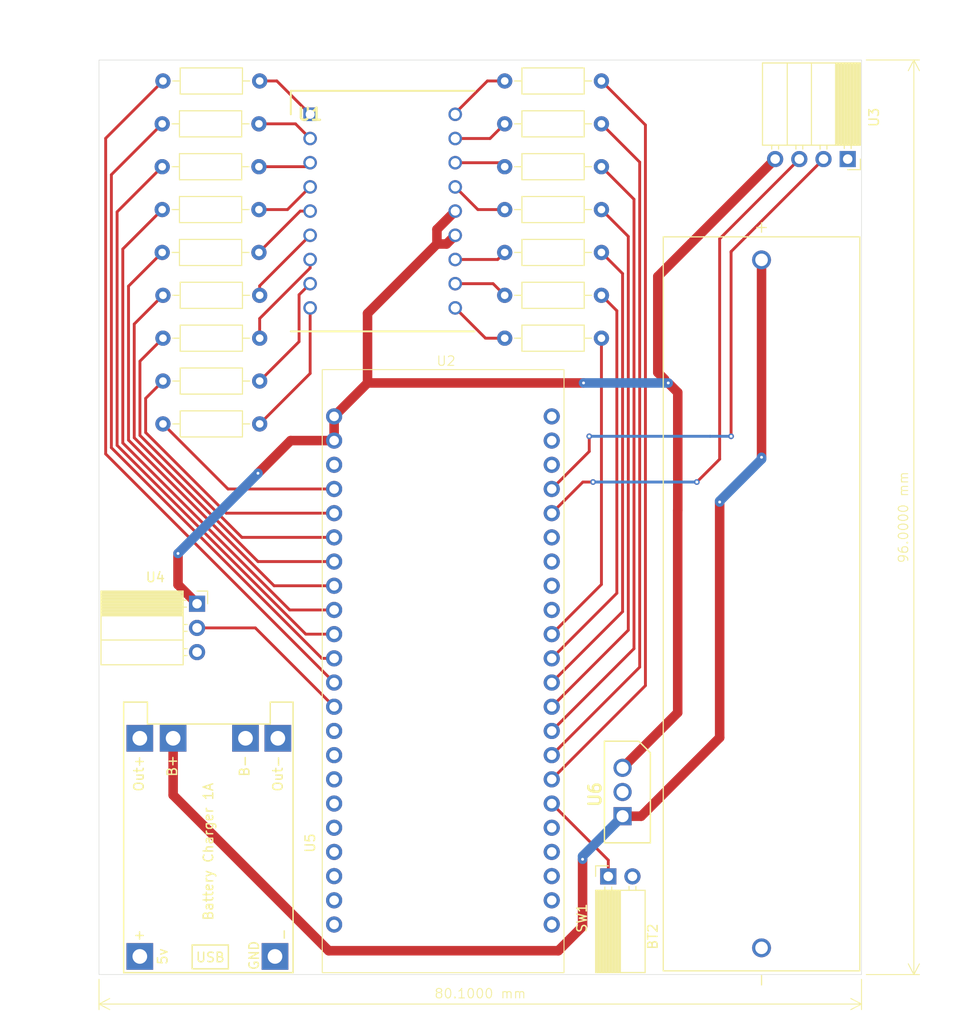
<source format=kicad_pcb>
(kicad_pcb (version 20240108) (generator "pcbnew") (generator_version "8.0")
  (layers (0 "F.Cu" signal) (31 "B.Cu" signal) (34 "B.Paste" user) (35 "F.Paste" user) (36 "B.SilkS" user "B.Silkscreen") (37 "F.SilkS" user "F.Silkscreen") (38 "B.Mask" user) (39 "F.Mask" user) (44 "Edge.Cuts" user))
  (net 0 "")
  (net 1 "GND")
  (net 2 "+3.3V")
  (net 3 "Net-(U1-K_A_DIG1)")
  (net 4 "Net-(U1-K_DP1_DIG1)")
  (net 5 "Net-(U1-K_C_DIG1)")
  (net 6 "Net-(U1-K_F_DIG1)")
  (net 7 "Net-(U1-K_D_DIG2)")
  (net 8 "Net-(U1-K_A_DIG2)")
  (net 9 "Net-(U1-K_G_DIG2)")
  (net 10 "Net-(U1-K_E_DIG1)")
  (net 11 "Net-(U1-K_B_DIG2)")
  (net 12 "Net-(U1-K_D_DIG1)")
  (net 13 "Net-(U1-K_DP2_DIG2)")
  (net 14 "Net-(U1-K_C_DIG2)")
  (net 15 "Net-(U1-K_E_DIG2)")
  (net 16 "Net-(U1-K_G_DIG1)")
  (net 17 "Net-(U1-K_B_DIG1)")
  (net 18 "Net-(U1-K_F_DIG2)")
  (net 19 "Net-(U2-IO2)")
  (net 20 "+5V")
  (net 21 "Net-(U2-IO17)")
  (net 22 "Net-(U2-IO1)")
  (net 23 "Net-(U2-IO45)")
  (net 24 "Net-(U2-IO4)")
  (net 26 "Net-(U2-IO15)")
  (net 32 "BZ_SIG")
  (net 38 "Net-(U2-IO6)")
  (net 40 "Net-(U2-IO48)")
  (net 41 "Net-(U2-IO35)")
  (net 42 "Net-(U2-IO8)")
  (net 45 "BTN")
  (net 46 "Net-(U2-IO7)")
  (net 48 "Net-(U2-IO38)")
  (net 50 "Net-(U2-IO18)")
  (net 51 "Net-(U2-IO0)")
  (net 52 "Net-(U2-IO16)")
  (net 53 "Net-(U2-IO36)")
  (net 54 "Net-(U2-IO37)")
  (net 56 "Net-(U2-IO5)")
  (net 57 "BAT")
  (footprint "Resistor_THT:R_Axial_DIN0207_L6.3mm_D2.5mm_P10.16mm_Horizontal" (layer "F.Cu") (at 140.12 57)
    (property "Reference" "R13" (hide yes))
    (property "Value" "150Ω" (hide yes))
    (pad "1" thru_hole circle (at 0 0) (size 1.6 1.6) (drill 0.8) (layers "*.Cu" "*.Mask") (net 17 "Net-(U1-K_B_DIG1)"))
    (pad "2" thru_hole oval (at 10.16 0) (size 1.6 1.6) (drill 0.8) (layers "*.Cu" "*.Mask") (net 41 "Net-(U2-IO35)"))
  )
  (footprint "tp4056:TP4056-18650" (layer "F.Cu") (at 100.0875 137.1 90)
    (property "Reference" "U5" (at 13.6 19.6 90) (layer "F.SilkS"))
    (property "Value" "TP4056")
    (fp_text user "+" (at 3.9 1.6 90) (layer "F.SilkS"))
    (fp_text user "Battery Charger 1A" (at 12.7 8.9 90) (layer "F.SilkS"))
    (fp_text user "Out+" (at 20.9 1.6 90) (layer "F.SilkS"))
    (fp_text user "GND" (at 1.8 13.7 90) (layer "F.SilkS"))
    (fp_text user "B+" (at 21.7 5.1 90) (layer "F.SilkS"))
    (fp_text user "Out-" (at 20.9 16.2 90) (layer "F.SilkS"))
    (fp_text user "USB" (at 1.6 9.1 0) (layer "F.SilkS"))
    (fp_text user "B-" (at 21.7 12.7 90) (layer "F.SilkS"))
    (fp_text user "5v" (at 1.7 4.1 90) (layer "F.SilkS"))
    (fp_text user "-" (at 4 16.8 90) (layer "F.SilkS"))
    (pad "1" thru_hole rect (at 1.7 1.7 90) (size 2.8 2.8) (drill 1.54) (layers "*.Cu" "*.Mask"))
    (pad "2" thru_hole rect (at 1.7 15.9 90) (size 2.8 2.8) (drill 1.54) (layers "*.Cu" "*.Mask"))
    (pad "3" thru_hole rect (at 24.6 1.7 90) (size 2.8 2.8) (drill 1.54) (layers "*.Cu" "*.Mask"))
    (pad "4" thru_hole rect (at 24.6 16.2 90) (size 2.8 2.8) (drill 1.54) (layers "*.Cu" "*.Mask"))
    (pad "5" thru_hole rect (at 24.6 5.2 90) (size 2.8 2.8) (drill 1.54) (layers "*.Cu" "*.Mask") (net 57 "BAT"))
    (pad "6" thru_hole rect (at 24.6 12.8 90) (size 2.8 2.8) (drill 1.54) (layers "*.Cu" "*.Mask") (net 1 "GND"))
  )
  (footprint "Resistor_THT:R_Axial_DIN0207_L6.3mm_D2.5mm_P10.16mm_Horizontal" (layer "F.Cu") (at 104.14 48)
    (property "Reference" "R2" (hide yes))
    (property "Value" "150Ω" (hide yes))
    (pad "1" thru_hole circle (at 0 0) (size 1.6 1.6) (drill 0.8) (layers "*.Cu" "*.Mask") (net 50 "Net-(U2-IO18)"))
    (pad "2" thru_hole oval (at 10.16 0) (size 1.6 1.6) (drill 0.8) (layers "*.Cu" "*.Mask") (net 12 "Net-(U1-K_D_DIG1)"))
  )
  (footprint "Resistor_THT:R_Axial_DIN0207_L6.3mm_D2.5mm_P10.16mm_Horizontal" (layer "F.Cu") (at 104.22 79.5)
    (property "Reference" "R9" (hide yes))
    (property "Value" "150Ω" (hide yes))
    (pad "1" thru_hole circle (at 0 0) (size 1.6 1.6) (drill 0.8) (layers "*.Cu" "*.Mask") (net 24 "Net-(U2-IO4)"))
    (pad "2" thru_hole oval (at 10.16 0) (size 1.6 1.6) (drill 0.8) (layers "*.Cu" "*.Mask") (net 13 "Net-(U1-K_DP2_DIG2)"))
  )
  (footprint "Resistor_THT:R_Axial_DIN0207_L6.3mm_D2.5mm_P10.16mm_Horizontal" (layer "F.Cu") (at 104.14 52.5)
    (property "Reference" "R3" (hide yes))
    (property "Value" "150Ω" (hide yes))
    (pad "1" thru_hole circle (at 0 0) (size 1.6 1.6) (drill 0.8) (layers "*.Cu" "*.Mask") (net 21 "Net-(U2-IO17)"))
    (pad "2" thru_hole oval (at 10.16 0) (size 1.6 1.6) (drill 0.8) (layers "*.Cu" "*.Mask") (net 5 "Net-(U1-K_C_DIG1)"))
  )
  (footprint "Resistor_THT:R_Axial_DIN0207_L6.3mm_D2.5mm_P10.16mm_Horizontal" (layer "F.Cu") (at 140.12 43.5)
    (property "Reference" "R10" (hide yes))
    (property "Value" "150Ω" (hide yes))
    (pad "1" thru_hole circle (at 0 0) (size 1.6 1.6) (drill 0.8) (layers "*.Cu" "*.Mask") (net 6 "Net-(U1-K_F_DIG1)"))
    (pad "2" thru_hole oval (at 10.16 0) (size 1.6 1.6) (drill 0.8) (layers "*.Cu" "*.Mask") (net 40 "Net-(U2-IO48)"))
  )
  (footprint "Resistor_THT:R_Axial_DIN0207_L6.3mm_D2.5mm_P10.16mm_Horizontal" (layer "F.Cu") (at 104.14 61.5)
    (property "Reference" "R5" (hide yes))
    (property "Value" "150Ω" (hide yes))
    (pad "1" thru_hole circle (at 0 0) (size 1.6 1.6) (drill 0.8) (layers "*.Cu" "*.Mask") (net 26 "Net-(U2-IO15)"))
    (pad "2" thru_hole oval (at 10.16 0) (size 1.6 1.6) (drill 0.8) (layers "*.Cu" "*.Mask") (net 15 "Net-(U1-K_E_DIG2)"))
  )
  (footprint "Connector_PinSocket_2.54mm:PinSocket_1x03_P2.54mm_Horizontal" (layer "F.Cu") (at 107.8 98.375)
    (property "Reference" "U4" (at -4.38 -2.77 0) (layer "F.SilkS"))
    (property "Value" "ACTIVE_BUZZER")
    (pad "1" thru_hole rect (at 0 0) (size 1.7 1.7) (drill 1) (layers "*.Cu" "*.Mask") (net 2 "+3.3V"))
    (pad "2" thru_hole oval (at 0 2.54) (size 1.7 1.7) (drill 1) (layers "*.Cu" "*.Mask") (net 32 "BZ_SIG"))
    (pad "3" thru_hole oval (at 0 5.08) (size 1.7 1.7) (drill 1) (layers "*.Cu" "*.Mask") (net 1 "GND"))
  )
  (footprint "Resistor_THT:R_Axial_DIN0207_L6.3mm_D2.5mm_P10.16mm_Horizontal" (layer "F.Cu") (at 140.12 52.5)
    (property "Reference" "R12" (hide yes))
    (property "Value" "150Ω" (hide yes))
    (pad "1" thru_hole circle (at 0 0) (size 1.6 1.6) (drill 0.8) (layers "*.Cu" "*.Mask") (net 3 "Net-(U1-K_A_DIG1)"))
    (pad "2" thru_hole oval (at 10.16 0) (size 1.6 1.6) (drill 0.8) (layers "*.Cu" "*.Mask") (net 51 "Net-(U2-IO0)"))
  )
  (footprint "Resistor_THT:R_Axial_DIN0207_L6.3mm_D2.5mm_P10.16mm_Horizontal" (layer "F.Cu") (at 140.12 48)
    (property "Reference" "R11" (hide yes))
    (property "Value" "150Ω" (hide yes))
    (pad "1" thru_hole circle (at 0 0) (size 1.6 1.6) (drill 0.8) (layers "*.Cu" "*.Mask") (net 16 "Net-(U1-K_G_DIG1)"))
    (pad "2" thru_hole oval (at 10.16 0) (size 1.6 1.6) (drill 0.8) (layers "*.Cu" "*.Mask") (net 23 "Net-(U2-IO45)"))
  )
  (footprint "Resistor_THT:R_Axial_DIN0207_L6.3mm_D2.5mm_P10.16mm_Horizontal" (layer "F.Cu") (at 104.22 70.5)
    (property "Reference" "R7" (hide yes))
    (property "Value" "150Ω" (hide yes))
    (pad "1" thru_hole circle (at 0 0) (size 1.6 1.6) (drill 0.8) (layers "*.Cu" "*.Mask") (net 38 "Net-(U2-IO6)"))
    (pad "2" thru_hole oval (at 10.16 0) (size 1.6 1.6) (drill 0.8) (layers "*.Cu" "*.Mask") (net 9 "Net-(U1-K_G_DIG2)"))
  )
  (footprint "components:esp32-s3" (layer "F.Cu") (at 133.95 71.1)
    (property "Reference" "U2" (at 0.01 1.8 0) (layer "F.SilkS") (effects (font (thickness 0.1))))
    (property "Value" "ESP32-S3")
    (pad "1" thru_hole oval (at -11.75 7.61) (size 1.7 1.7) (drill 1) (layers "*.Cu" "*.Mask") (net 2 "+3.3V"))
    (pad "2" thru_hole oval (at -11.75 10.15) (size 1.7 1.7) (drill 1) (layers "*.Cu" "*.Mask") (net 2 "+3.3V"))
    (pad "3" thru_hole oval (at -11.75 12.69) (size 1.7 1.7) (drill 1) (layers "*.Cu" "*.Mask"))
    (pad "4" thru_hole oval (at -11.75 15.23) (size 1.7 1.7) (drill 1) (layers "*.Cu" "*.Mask") (net 24 "Net-(U2-IO4)"))
    (pad "5" thru_hole oval (at -11.75 17.77) (size 1.7 1.7) (drill 1) (layers "*.Cu" "*.Mask") (net 56 "Net-(U2-IO5)"))
    (pad "6" thru_hole oval (at -11.75 20.31) (size 1.7 1.7) (drill 1) (layers "*.Cu" "*.Mask") (net 38 "Net-(U2-IO6)"))
    (pad "7" thru_hole oval (at -11.75 22.85) (size 1.7 1.7) (drill 1) (layers "*.Cu" "*.Mask") (net 46 "Net-(U2-IO7)"))
    (pad "8" thru_hole oval (at -11.75 25.39) (size 1.7 1.7) (drill 1) (layers "*.Cu" "*.Mask") (net 26 "Net-(U2-IO15)"))
    (pad "9" thru_hole oval (at -11.75 27.93) (size 1.7 1.7) (drill 1) (layers "*.Cu" "*.Mask") (net 52 "Net-(U2-IO16)"))
    (pad "10" thru_hole oval (at -11.75 30.47) (size 1.7 1.7) (drill 1) (layers "*.Cu" "*.Mask") (net 21 "Net-(U2-IO17)"))
    (pad "11" thru_hole oval (at -11.75 33.01) (size 1.7 1.7) (drill 1) (layers "*.Cu" "*.Mask") (net 50 "Net-(U2-IO18)"))
    (pad "12" thru_hole oval (at -11.75 35.55) (size 1.7 1.7) (drill 1) (layers "*.Cu" "*.Mask") (net 42 "Net-(U2-IO8)"))
    (pad "13" thru_hole oval (at -11.75 38.09) (size 1.7 1.7) (drill 1) (layers "*.Cu" "*.Mask") (net 32 "BZ_SIG"))
    (pad "14" thru_hole oval (at -11.75 40.63) (size 1.7 1.7) (drill 1) (layers "*.Cu" "*.Mask"))
    (pad "15" thru_hole oval (at -11.75 43.17) (size 1.7 1.7) (drill 1) (layers "*.Cu" "*.Mask"))
    (pad "16" thru_hole oval (at -11.75 45.71) (size 1.7 1.7) (drill 1) (layers "*.Cu" "*.Mask"))
    (pad "17" thru_hole oval (at -11.75 48.25) (size 1.7 1.7) (drill 1) (layers "*.Cu" "*.Mask"))
    (pad "18" thru_hole oval (at -11.75 50.79) (size 1.7 1.7) (drill 1) (layers "*.Cu" "*.Mask"))
    (pad "19" thru_hole oval (at -11.75 53.33) (size 1.7 1.7) (drill 1) (layers "*.Cu" "*.Mask"))
    (pad "20" thru_hole oval (at -11.75 55.87) (size 1.7 1.7) (drill 1) (layers "*.Cu" "*.Mask"))
    (pad "21" thru_hole oval (at -11.75 58.41) (size 1.7 1.7) (drill 1) (layers "*.Cu" "*.Mask") (net 20 "+5V"))
    (pad "22" thru_hole oval (at -11.75 60.95) (size 1.7 1.7) (drill 1) (layers "*.Cu" "*.Mask") (net 1 "GND"))
    (pad "23" thru_hole oval (at 11.11 7.61) (size 1.7 1.7) (drill 1) (layers "*.Cu" "*.Mask") (net 1 "GND"))
    (pad "24" thru_hole oval (at 11.11 10.15) (size 1.7 1.7) (drill 1) (layers "*.Cu" "*.Mask"))
    (pad "25" thru_hole oval (at 11.11 12.69) (size 1.7 1.7) (drill 1) (layers "*.Cu" "*.Mask"))
    (pad "26" thru_hole oval (at 11.11 15.23) (size 1.7 1.7) (drill 1) (layers "*.Cu" "*.Mask") (net 22 "Net-(U2-IO1)"))
    (pad "27" thru_hole oval (at 11.11 17.77) (size 1.7 1.7) (drill 1) (layers "*.Cu" "*.Mask") (net 19 "Net-(U2-IO2)"))
    (pad "28" thru_hole oval (at 11.11 20.31) (size 1.7 1.7) (drill 1) (layers "*.Cu" "*.Mask"))
    (pad "29" thru_hole oval (at 11.11 22.85) (size 1.7 1.7) (drill 1) (layers "*.Cu" "*.Mask"))
    (pad "30" thru_hole oval (at 11.11 25.39) (size 1.7 1.7) (drill 1) (layers "*.Cu" "*.Mask"))
    (pad "31" thru_hole oval (at 11.11 27.93) (size 1.7 1.7) (drill 1) (layers "*.Cu" "*.Mask"))
    (pad "32" thru_hole oval (at 11.11 30.47) (size 1.7 1.7) (drill 1) (layers "*.Cu" "*.Mask") (net 48 "Net-(U2-IO38)"))
    (pad "33" thru_hole oval (at 11.11 33.01) (size 1.7 1.7) (drill 1) (layers "*.Cu" "*.Mask") (net 54 "Net-(U2-IO37)"))
    (pad "34" thru_hole oval (at 11.11 35.55) (size 1.7 1.7) (drill 1) (layers "*.Cu" "*.Mask") (net 53 "Net-(U2-IO36)"))
    (pad "35" thru_hole oval (at 11.11 38.09) (size 1.7 1.7) (drill 1) (layers "*.Cu" "*.Mask") (net 41 "Net-(U2-IO35)"))
    (pad "36" thru_hole oval (at 11.11 40.63) (size 1.7 1.7) (drill 1) (layers "*.Cu" "*.Mask") (net 51 "Net-(U2-IO0)"))
    (pad "37" thru_hole oval (at 11.11 43.17) (size 1.7 1.7) (drill 1) (layers "*.Cu" "*.Mask") (net 23 "Net-(U2-IO45)"))
    (pad "38" thru_hole oval (at 11.11 45.71) (size 1.7 1.7) (drill 1) (layers "*.Cu" "*.Mask") (net 40 "Net-(U2-IO48)"))
    (pad "39" thru_hole oval (at 11.11 48.25) (size 1.7 1.7) (drill 1) (layers "*.Cu" "*.Mask") (net 45 "BTN"))
    (pad "40" thru_hole oval (at 11.11 50.79) (size 1.7 1.7) (drill 1) (layers "*.Cu" "*.Mask"))
    (pad "41" thru_hole oval (at 11.11 53.33) (size 1.7 1.7) (drill 1) (layers "*.Cu" "*.Mask"))
    (pad "42" thru_hole oval (at 11.11 55.87) (size 1.7 1.7) (drill 1) (layers "*.Cu" "*.Mask"))
    (pad "43" thru_hole oval (at 11.11 58.41) (size 1.7 1.7) (drill 1) (layers "*.Cu" "*.Mask") (net 1 "GND"))
    (pad "44" thru_hole oval (at 11.11 60.95) (size 1.7 1.7) (drill 1) (layers "*.Cu" "*.Mask") (net 1 "GND"))
  )
  (footprint "Connector_PinSocket_2.54mm:PinSocket_1x04_P2.54mm_Horizontal" (layer "F.Cu") (at 176.15 51.7 -90)
    (property "Reference" "U3" (at -4.38 -2.77 90) (layer "F.SilkS"))
    (property "Value" "HC-SR04")
    (pad "1" thru_hole rect (at 0 0 270) (size 1.7 1.7) (drill 1) (layers "*.Cu" "*.Mask") (net 1 "GND"))
    (pad "2" thru_hole oval (at 0 2.54 270) (size 1.7 1.7) (drill 1) (layers "*.Cu" "*.Mask") (net 22 "Net-(U2-IO1)"))
    (pad "3" thru_hole oval (at 0 5.08 270) (size 1.7 1.7) (drill 1) (layers "*.Cu" "*.Mask") (net 19 "Net-(U2-IO2)"))
    (pad "4" thru_hole oval (at 0 7.62 270) (size 1.7 1.7) (drill 1) (layers "*.Cu" "*.Mask") (net 2 "+3.3V"))
  )
  (footprint "Resistor_THT:R_Axial_DIN0207_L6.3mm_D2.5mm_P10.16mm_Horizontal" (layer "F.Cu") (at 140.12 66)
    (property "Reference" "R15" (hide yes))
    (property "Value" "150Ω" (hide yes))
    (pad "1" thru_hole circle (at 0 0) (size 1.6 1.6) (drill 0.8) (layers "*.Cu" "*.Mask") (net 8 "Net-(U1-K_A_DIG2)"))
    (pad "2" thru_hole oval (at 10.16 0) (size 1.6 1.6) (drill 0.8) (layers "*.Cu" "*.Mask") (net 54 "Net-(U2-IO37)"))
  )
  (footprint "Resistor_THT:R_Axial_DIN0207_L6.3mm_D2.5mm_P10.16mm_Horizontal" (layer "F.Cu") (at 140.12 61.5)
    (property "Reference" "R14" (hide yes))
    (property "Value" "150Ω" (hide yes))
    (pad "1" thru_hole circle (at 0 0) (size 1.6 1.6) (drill 0.8) (layers "*.Cu" "*.Mask") (net 18 "Net-(U1-K_F_DIG2)"))
    (pad "2" thru_hole oval (at 10.16 0) (size 1.6 1.6) (drill 0.8) (layers "*.Cu" "*.Mask") (net 53 "Net-(U2-IO36)"))
  )
  (footprint "Resistor_THT:R_Axial_DIN0207_L6.3mm_D2.5mm_P10.16mm_Horizontal" (layer "F.Cu") (at 104.22 75)
    (property "Reference" "R8" (hide yes))
    (property "Value" "150Ω" (hide yes))
    (pad "1" thru_hole circle (at 0 0) (size 1.6 1.6) (drill 0.8) (layers "*.Cu" "*.Mask") (net 56 "Net-(U2-IO5)"))
    (pad "2" thru_hole oval (at 10.16 0) (size 1.6 1.6) (drill 0.8) (layers "*.Cu" "*.Mask") (net 14 "Net-(U1-K_C_DIG2)"))
  )
  (footprint "Resistor_THT:R_Axial_DIN0207_L6.3mm_D2.5mm_P10.16mm_Horizontal" (layer "F.Cu") (at 104.22 66)
    (property "Reference" "R6" (hide yes))
    (property "Value" "150Ω" (hide yes))
    (pad "1" thru_hole circle (at 0 0) (size 1.6 1.6) (drill 0.8) (layers "*.Cu" "*.Mask") (net 46 "Net-(U2-IO7)"))
    (pad "2" thru_hole oval (at 10.16 0) (size 1.6 1.6) (drill 0.8) (layers "*.Cu" "*.Mask") (net 7 "Net-(U1-K_D_DIG2)"))
  )
  (footprint "7-seg:DIPS1524W75P254L2500H825Q18N" (layer "F.Cu") (at 119.68 47)
    (property "Reference" "U1" (at 0 0 0) (layer "F.SilkS") (effects (font (size 1.27 1.27) (thickness 0.254))))
    (property "Value" "DA56-11SURKWA" (hide yes))
    (pad "1" thru_hole rect (at 0 0) (size 1.425 1.425) (drill 0.95) (layers "*.Cu" "*.Mask") (net 10 "Net-(U1-K_E_DIG1)"))
    (pad "2" thru_hole circle (at 0 2.54) (size 1.425 1.425) (drill 0.95) (layers "*.Cu" "*.Mask") (net 12 "Net-(U1-K_D_DIG1)"))
    (pad "3" thru_hole circle (at 0 5.08) (size 1.425 1.425) (drill 0.95) (layers "*.Cu" "*.Mask") (net 5 "Net-(U1-K_C_DIG1)"))
    (pad "4" thru_hole circle (at 0 7.62) (size 1.425 1.425) (drill 0.95) (layers "*.Cu" "*.Mask") (net 4 "Net-(U1-K_DP1_DIG1)"))
    (pad "5" thru_hole circle (at 0 10.16) (size 1.425 1.425) (drill 0.95) (layers "*.Cu" "*.Mask") (net 15 "Net-(U1-K_E_DIG2)"))
    (pad "6" thru_hole circle (at 0 12.7) (size 1.425 1.425) (drill 0.95) (layers "*.Cu" "*.Mask") (net 7 "Net-(U1-K_D_DIG2)"))
    (pad "7" thru_hole circle (at 0 15.24) (size 1.425 1.425) (drill 0.95) (layers "*.Cu" "*.Mask") (net 9 "Net-(U1-K_G_DIG2)"))
    (pad "8" thru_hole circle (at 0 17.78) (size 1.425 1.425) (drill 0.95) (layers "*.Cu" "*.Mask") (net 14 "Net-(U1-K_C_DIG2)"))
    (pad "9" thru_hole circle (at 0 20.32) (size 1.425 1.425) (drill 0.95) (layers "*.Cu" "*.Mask") (net 13 "Net-(U1-K_DP2_DIG2)"))
    (pad "10" thru_hole circle (at 15.24 20.32) (size 1.425 1.425) (drill 0.95) (layers "*.Cu" "*.Mask") (net 11 "Net-(U1-K_B_DIG2)"))
    (pad "11" thru_hole circle (at 15.24 17.78) (size 1.425 1.425) (drill 0.95) (layers "*.Cu" "*.Mask") (net 8 "Net-(U1-K_A_DIG2)"))
    (pad "12" thru_hole circle (at 15.24 15.24) (size 1.425 1.425) (drill 0.95) (layers "*.Cu" "*.Mask") (net 18 "Net-(U1-K_F_DIG2)"))
    (pad "13" thru_hole circle (at 15.24 12.7) (size 1.425 1.425) (drill 0.95) (layers "*.Cu" "*.Mask") (net 2 "+3.3V"))
    (pad "14" thru_hole circle (at 15.24 10.16) (size 1.425 1.425) (drill 0.95) (layers "*.Cu" "*.Mask") (net 2 "+3.3V"))
    (pad "15" thru_hole circle (at 15.24 7.62) (size 1.425 1.425) (drill 0.95) (layers "*.Cu" "*.Mask") (net 17 "Net-(U1-K_B_DIG1)"))
    (pad "16" thru_hole circle (at 15.24 5.08) (size 1.425 1.425) (drill 0.95) (layers "*.Cu" "*.Mask") (net 3 "Net-(U1-K_A_DIG1)"))
    (pad "17" thru_hole circle (at 15.24 2.54) (size 1.425 1.425) (drill 0.95) (layers "*.Cu" "*.Mask") (net 16 "Net-(U1-K_G_DIG1)"))
    (pad "18" thru_hole circle (at 15.24 0) (size 1.425 1.425) (drill 0.95) (layers "*.Cu" "*.Mask") (net 6 "Net-(U1-K_F_DIG1)"))
  )
  (footprint "Resistor_THT:R_Axial_DIN0207_L6.3mm_D2.5mm_P10.16mm_Horizontal" (layer "F.Cu") (at 104.22 43.5)
    (property "Reference" "R1" (hide yes))
    (property "Value" "150Ω" (hide yes))
    (pad "1" thru_hole circle (at 0 0) (size 1.6 1.6) (drill 0.8) (layers "*.Cu" "*.Mask") (net 42 "Net-(U2-IO8)"))
    (pad "2" thru_hole oval (at 10.16 0) (size 1.6 1.6) (drill 0.8) (layers "*.Cu" "*.Mask") (net 10 "Net-(U1-K_E_DIG1)"))
  )
  (footprint "Connector_PinSocket_2.54mm:PinSocket_1x02_P2.54mm_Horizontal" (layer "F.Cu") (at 151 127 90)
    (property "Reference" "SW1" (at -4.38 -2.77 90) (layer "F.SilkS"))
    (property "Value" "SW_Push")
    (pad "1" thru_hole rect (at 0 0 90) (size 1.7 1.7) (drill 1) (layers "*.Cu" "*.Mask") (net 45 "BTN"))
    (pad "2" thru_hole oval (at 0 2.54 90) (size 1.7 1.7) (drill 1) (layers "*.Cu" "*.Mask") (net 1 "GND"))
  )
  (footprint "Resistor_THT:R_Axial_DIN0207_L6.3mm_D2.5mm_P10.16mm_Horizontal" (layer "F.Cu") (at 104.14 57)
    (property "Reference" "R4" (hide yes))
    (property "Value" "150Ω" (hide yes))
    (pad "1" thru_hole circle (at 0 0) (size 1.6 1.6) (drill 0.8) (layers "*.Cu" "*.Mask") (net 52 "Net-(U2-IO16)"))
    (pad "2" thru_hole oval (at 10.16 0) (size 1.6 1.6) (drill 0.8) (layers "*.Cu" "*.Mask") (net 4 "Net-(U1-K_DP1_DIG1)"))
  )
  (footprint "1043P (1):BAT_1043P" (layer "F.Cu") (at 167.1 98.39 90)
    (property "Reference" "BT2" (at -34.925 -11.43 90) (layer "F.SilkS"))
    (property "Value" "1043P")
    (pad "" np_thru_hole circle (at -27.29 8 90) (size 3.55 3.55) (drill 3.55) (layers "*.Cu" "*.Mask"))
    (pad "" np_thru_hole circle (at 27.91 -8 90) (size 3.55 3.55) (drill 3.55) (layers "*.Cu" "*.Mask"))
    (pad "" np_thru_hole circle (at 36.11 8 90) (size 2.39 2.39) (drill 2.39) (layers "*.Cu" "*.Mask"))
    (pad "N" thru_hole circle (at -36.11 0 90) (size 1.98 1.98) (drill 1.32) (layers "*.Cu" "*.Mask") (net 1 "GND"))
    (pad "P" thru_hole circle (at 36.11 0 90) (size 1.98 1.98) (drill 1.32) (layers "*.Cu" "*.Mask") (net 57 "BAT"))
  )
  (footprint "Resistor_THT:R_Axial_DIN0207_L6.3mm_D2.5mm_P10.16mm_Horizontal" (layer "F.Cu") (at 140.12 70.5)
    (property "Reference" "R16" (hide yes))
    (property "Value" "150Ω" (hide yes))
    (pad "1" thru_hole circle (at 0 0) (size 1.6 1.6) (drill 0.8) (layers "*.Cu" "*.Mask") (net 11 "Net-(U1-K_B_DIG2)"))
    (pad "2" thru_hole oval (at 10.16 0) (size 1.6 1.6) (drill 0.8) (layers "*.Cu" "*.Mask") (net 48 "Net-(U2-IO38)"))
  )
  (footprint "ldo:TO254P482X1024X3124-3P" (layer "F.Cu") (at 153.4906 115.6 90)
    (property "Reference" "U6" (at -2.8 -3.8906 90) (layer "F.SilkS") (effects (font (size 1.27 1.27) (thickness 0.254))))
    (property "Value" "MCP1826S" (hide yes))
    (pad "1" thru_hole rect (at -5.08 -0.9906 90) (size 1.905 1.905) (drill 1.27) (layers "*.Cu" "*.Mask") (net 57 "BAT"))
    (pad "2" thru_hole circle (at -2.54 -0.9906 90) (size 1.905 1.905) (drill 1.27) (layers "*.Cu" "*.Mask") (net 1 "GND"))
    (pad "3" thru_hole circle (at 0 -0.9906 90) (size 1.905 1.905) (drill 1.27) (layers "*.Cu" "*.Mask") (net 2 "+3.3V"))
  )
  (gr_line (start 177.6 137.3) (end 177.6 41.3) (stroke (width 0.05)) (layer "Edge.Cuts"))
  (gr_line (start 97.5 137.3) (end 177.6 137.3) (stroke (width 0.05)) (layer "Edge.Cuts"))
  (gr_line (start 177.6 41.3) (end 97.5 41.3) (stroke (width 0.05)) (layer "Edge.Cuts"))
  (gr_line (start 97.5 41.3) (end 97.5 137.3) (stroke (width 0.05)) (layer "Edge.Cuts"))
  (dimension (type aligned) (layer "F.SilkS") (pts (xy 177.6 137.3) (xy 177.6 41.3)) (height 5.5) (gr_text "96.0000 mm" (at 182 89.3 90) (layer "F.SilkS") (effects (font (size 1 1) (thickness 0.1)))) (format (prefix "") (suffix "") (units 3) (units_format 1) (precision 4)) (style (thickness 0.1) (arrow_length 1.27) (text_position_mode 0) (extension_height 0.58642) (extension_offset 0.5) keep_text_aligned))
  (dimension (type aligned) (layer "F.SilkS") (pts (xy 97.5 137.3) (xy 177.6 137.3)) (height 3.1) (gr_text "80.1000 mm" (at 137.55 139.3 0) (layer "F.SilkS") (effects (font (size 1 1) (thickness 0.1)))) (format (prefix "") (suffix "") (units 3) (units_format 1) (precision 4)) (style (thickness 0.1) (arrow_length 1.27) (text_position_mode 0) (extension_height 0.58642) (extension_offset 0.5) keep_text_aligned))
  (segment (start 168.53 51.7) (end 156.2 64.03) (width 1) (layer "F.Cu") (net 2))
  (segment (start 125.71 75.2) (end 122.2 78.71) (width 1) (layer "F.Cu") (net 2))
  (segment (start 148.4 75.2) (end 125.71 75.2) (width 1) (layer "F.Cu") (net 2))
  (segment (start 105.8 93.1) (end 105.8 96.375) (width 1) (layer "F.Cu") (net 2))
  (segment (start 133 59.08) (end 134.92 57.16) (width 1) (layer "F.Cu") (net 2))
  (segment (start 125.71 67.902373) (end 133 60.612373) (width 1) (layer "F.Cu") (net 2))
  (segment (start 105.8 96.375) (end 107.8 98.375) (width 1) (layer "F.Cu") (net 2))
  (segment (start 156.2 64.03) (end 156.2 74.1) (width 1) (layer "F.Cu") (net 2))
  (segment (start 156.2 74.1) (end 156.925 74.825) (width 1) (layer "F.Cu") (net 2))
  (segment (start 134.007627 60.612373) (end 134.92 59.7) (width 1) (layer "F.Cu") (net 2))
  (segment (start 156.925 74.825) (end 157.3 75.2) (width 0.3) (layer "F.Cu") (net 2))
  (segment (start 117.63 81.25) (end 114.2 84.68) (width 1) (layer "F.Cu") (net 2))
  (segment (start 157.3 75.2) (end 158.3 76.2) (width 1) (layer "F.Cu") (net 2))
  (segment (start 122.2 81.25) (end 117.63 81.25) (width 1) (layer "F.Cu") (net 2))
  (segment (start 122.2 78.71) (end 122.2 81.25) (width 1) (layer "F.Cu") (net 2))
  (segment (start 133 60.612373) (end 133 59.08) (width 1) (layer "F.Cu") (net 2))
  (segment (start 133 60.612373) (end 134.007627 60.612373) (width 1) (layer "F.Cu") (net 2))
  (segment (start 158.291726 88.591726) (end 158.291726 109.808274) (width 1) (layer "F.Cu") (net 2))
  (segment (start 158.3 88.583452) (end 158.291726 88.591726) (width 1) (layer "F.Cu") (net 2))
  (segment (start 125.71 75.2) (end 125.71 67.902373) (width 1) (layer "F.Cu") (net 2))
  (segment (start 158.291726 109.808274) (end 152.5 115.6) (width 1) (layer "F.Cu") (net 2))
  (segment (start 158.3 76.2) (end 158.3 88.583452) (width 1) (layer "F.Cu") (net 2))
  (via (at 105.8 93.1) (size 0.6) (drill 0.3) (layers "F.Cu" "B.Cu") (net 2))
  (via (at 157.3 75.2) (size 0.6) (drill 0.3) (layers "F.Cu" "B.Cu") (net 2))
  (via (at 114.2 84.68) (size 0.6) (drill 0.3) (layers "F.Cu" "B.Cu") (net 2))
  (via (at 148.4 75.2) (size 0.6) (drill 0.3) (layers "F.Cu" "B.Cu") (net 2))
  (segment (start 114.2 84.68) (end 114.2 84.7) (width 1) (layer "B.Cu") (net 2))
  (segment (start 114.2 84.7) (end 105.8 93.1) (width 1) (layer "B.Cu") (net 2))
  (segment (start 157.3 75.2) (end 148.4 75.2) (width 1) (layer "B.Cu") (net 2))
  (segment (start 134.92 52.08) (end 139.7 52.08) (width 0.3) (layer "F.Cu") (net 3))
  (segment (start 139.7 52.08) (end 140.12 52.5) (width 0.3) (layer "F.Cu") (net 3))
  (segment (start 114.3 57) (end 117.3 57) (width 0.3) (layer "F.Cu") (net 4))
  (segment (start 117.3 57) (end 119.68 54.62) (width 0.3) (layer "F.Cu") (net 4))
  (segment (start 114.3 52.5) (end 119.26 52.5) (width 0.3) (layer "F.Cu") (net 5))
  (segment (start 119.26 52.5) (end 119.68 52.08) (width 0.3) (layer "F.Cu") (net 5))
  (segment (start 134.92 46.88) (end 138.3 43.5) (width 0.3) (layer "F.Cu") (net 6))
  (segment (start 138.3 43.5) (end 140.12 43.5) (width 0.3) (layer "F.Cu") (net 6))
  (segment (start 134.92 47) (end 134.92 46.88) (width 0.3) (layer "F.Cu") (net 6))
  (segment (start 114.38 65) (end 119.68 59.7) (width 0.3) (layer "F.Cu") (net 7))
  (segment (start 114.38 66) (end 114.38 65) (width 0.3) (layer "F.Cu") (net 7))
  (segment (start 138.9 64.78) (end 140.12 66) (width 0.3) (layer "F.Cu") (net 8))
  (segment (start 134.92 64.78) (end 138.9 64.78) (width 0.3) (layer "F.Cu") (net 8))
  (segment (start 119.68 63.135976) (end 119.68 62.24) (width 0.3) (layer "F.Cu") (net 9))
  (segment (start 114.38 68.435976) (end 119.68 63.135976) (width 0.3) (layer "F.Cu") (net 9))
  (segment (start 114.38 70.5) (end 114.38 68.435976) (width 0.3) (layer "F.Cu") (net 9))
  (segment (start 116.18 43.5) (end 119.68 47) (width 0.3) (layer "F.Cu") (net 10))
  (segment (start 114.38 43.5) (end 116.18 43.5) (width 0.3) (layer "F.Cu") (net 10))
  (segment (start 138.1 70.5) (end 140.12 70.5) (width 0.3) (layer "F.Cu") (net 11))
  (segment (start 134.92 67.32) (end 138.1 70.5) (width 0.3) (layer "F.Cu") (net 11))
  (segment (start 118.14 48) (end 119.68 49.54) (width 0.3) (layer "F.Cu") (net 12))
  (segment (start 114.3 48) (end 118.14 48) (width 0.3) (layer "F.Cu") (net 12))
  (segment (start 114.38 79.5) (end 119.68 74.2) (width 0.3) (layer "F.Cu") (net 13))
  (segment (start 119.68 74.2) (end 119.68 67.32) (width 0.3) (layer "F.Cu") (net 13))
  (segment (start 114.38 75) (end 118.5175 70.8625) (width 0.3) (layer "F.Cu") (net 14))
  (segment (start 118.5175 65.9425) (end 119.68 64.78) (width 0.3) (layer "F.Cu") (net 14))
  (segment (start 118.5175 70.8625) (end 118.5175 65.9425) (width 0.3) (layer "F.Cu") (net 14))
  (segment (start 114.3 61.5) (end 118.64 57.16) (width 0.3) (layer "F.Cu") (net 15))
  (segment (start 118.64 57.16) (end 119.68 57.16) (width 0.3) (layer "F.Cu") (net 15))
  (segment (start 138.58 49.54) (end 140.12 48) (width 0.3) (layer "F.Cu") (net 16))
  (segment (start 134.92 49.54) (end 138.58 49.54) (width 0.3) (layer "F.Cu") (net 16))
  (segment (start 134.92 54.62) (end 137.3 57) (width 0.3) (layer "F.Cu") (net 17))
  (segment (start 137.3 57) (end 140.12 57) (width 0.3) (layer "F.Cu") (net 17))
  (segment (start 134.92 62.24) (end 139.38 62.24) (width 0.3) (layer "F.Cu") (net 18))
  (segment (start 139.38 62.24) (end 140.12 61.5) (width 0.3) (layer "F.Cu") (net 18))
  (segment (start 162.7 60.07) (end 162.7 83.2) (width 0.3) (layer "F.Cu") (net 19))
  (segment (start 171.07 51.7) (end 162.7 60.07) (width 0.3) (layer "F.Cu") (net 19))
  (segment (start 149.4 85.6) (end 148.33 85.6) (width 0.3) (layer "F.Cu") (net 19))
  (segment (start 148.33 85.6) (end 145.06 88.87) (width 0.3) (layer "F.Cu") (net 19))
  (segment (start 162.7 83.2) (end 160.3 85.6) (width 0.3) (layer "F.Cu") (net 19))
  (via (at 149.4 85.6) (size 0.6) (drill 0.3) (layers "F.Cu" "B.Cu") (net 19))
  (via (at 160.3 85.6) (size 0.6) (drill 0.3) (layers "F.Cu" "B.Cu") (net 19))
  (segment (start 160.3 85.6) (end 149.4 85.6) (width 0.3) (layer "B.Cu") (net 19))
  (segment (start 104.14 52.5) (end 99.4 57.24) (width 0.3) (layer "F.Cu") (net 21))
  (segment (start 119.221472 101.57) (end 122.2 101.57) (width 0.3) (layer "F.Cu") (net 21))
  (segment (start 99.4 57.24) (end 99.4 81.748528) (width 0.3) (layer "F.Cu") (net 21))
  (segment (start 99.4 81.748528) (end 119.221472 101.57) (width 0.3) (layer "F.Cu") (net 21))
  (segment (start 163.9 61.41) (end 163.9 61.5) (width 0.3) (layer "F.Cu") (net 22))
  (segment (start 173.61 51.7) (end 163.9 61.41) (width 0.3) (layer "F.Cu") (net 22))
  (segment (start 163.9 61.5) (end 163.9 80.8) (width 0.3) (layer "F.Cu") (net 22))
  (segment (start 149 80.8) (end 149 82.39) (width 0.3) (layer "F.Cu") (net 22))
  (segment (start 149 82.39) (end 145.06 86.33) (width 0.3) (layer "F.Cu") (net 22))
  (via (at 149 80.8) (size 0.6) (drill 0.3) (layers "F.Cu" "B.Cu") (net 22))
  (via (at 163.9 80.8) (size 0.6) (drill 0.3) (layers "F.Cu" "B.Cu") (net 22))
  (segment (start 163.9 80.8) (end 161.7 80.8) (width 0.3) (layer "B.Cu") (net 22))
  (segment (start 149 80.8) (end 161.7 80.8) (width 0.3) (layer "B.Cu") (net 22))
  (segment (start 150.28 48) (end 154.3 52.02) (width 0.3) (layer "F.Cu") (net 23))
  (segment (start 154.3 105.03) (end 145.06 114.27) (width 0.3) (layer "F.Cu") (net 23))
  (segment (start 154.3 52.02) (end 154.3 105.03) (width 0.3) (layer "F.Cu") (net 23))
  (segment (start 104.22 79.5) (end 111.05 86.33) (width 0.3) (layer "F.Cu") (net 24))
  (segment (start 111.05 86.33) (end 122.2 86.33) (width 0.3) (layer "F.Cu") (net 24))
  (segment (start 100.6 81.197056) (end 115.892944 96.49) (width 0.3) (layer "F.Cu") (net 26))
  (segment (start 100.6 65.04) (end 100.6 81.197056) (width 0.3) (layer "F.Cu") (net 26))
  (segment (start 104.14 61.5) (end 100.6 65.04) (width 0.3) (layer "F.Cu") (net 26))
  (segment (start 115.892944 96.49) (end 122.2 96.49) (width 0.3) (layer "F.Cu") (net 26))
  (segment (start 107.8 100.915) (end 113.925 100.915) (width 0.3) (layer "F.Cu") (net 32))
  (segment (start 113.925 100.915) (end 122.2 109.19) (width 0.3) (layer "F.Cu") (net 32))
  (segment (start 112.51 91.41) (end 122.2 91.41) (width 0.3) (layer "F.Cu") (net 38))
  (segment (start 101.8 80.7) (end 112.51 91.41) (width 0.3) (layer "F.Cu") (net 38))
  (segment (start 101.8 72.92) (end 101.8 80.7) (width 0.3) (layer "F.Cu") (net 38))
  (segment (start 104.22 70.5) (end 101.8 72.92) (width 0.3) (layer "F.Cu") (net 38))
  (segment (start 154.9 106.97) (end 145.06 116.81) (width 0.3) (layer "F.Cu") (net 40))
  (segment (start 154.9 48.12) (end 154.9 106.97) (width 0.3) (layer "F.Cu") (net 40))
  (segment (start 150.28 43.5) (end 154.9 48.12) (width 0.3) (layer "F.Cu") (net 40))
  (segment (start 153.1 59.82) (end 153.1 101.15) (width 0.3) (layer "F.Cu") (net 41))
  (segment (start 153.1 101.15) (end 145.06 109.19) (width 0.3) (layer "F.Cu") (net 41))
  (segment (start 150.28 57) (end 153.1 59.82) (width 0.3) (layer "F.Cu") (net 41))
  (segment (start 98.2 82.65) (end 122.2 106.65) (width 0.3) (layer "F.Cu") (net 42))
  (segment (start 104.22 43.5) (end 98.2 49.52) (width 0.3) (layer "F.Cu") (net 42))
  (segment (start 98.2 49.52) (end 98.2 82.65) (width 0.3) (layer "F.Cu") (net 42))
  (segment (start 151 125.29) (end 145.06 119.35) (width 0.3) (layer "F.Cu") (net 45))
  (segment (start 151 127) (end 151 125.29) (width 0.3) (layer "F.Cu") (net 45))
  (segment (start 114.201472 93.95) (end 122.2 93.95) (width 0.3) (layer "F.Cu") (net 46))
  (segment (start 104.22 66) (end 101.2 69.02) (width 0.3) (layer "F.Cu") (net 46))
  (segment (start 101.2 69.02) (end 101.2 80.948528) (width 0.3) (layer "F.Cu") (net 46))
  (segment (start 101.2 80.948528) (end 114.201472 93.95) (width 0.3) (layer "F.Cu") (net 46))
  (segment (start 150.28 70.5) (end 150.28 96.35) (width 0.3) (layer "F.Cu") (net 48))
  (segment (start 150.28 96.35) (end 145.06 101.57) (width 0.3) (layer "F.Cu") (net 48))
  (segment (start 98.8 81.997056) (end 120.912944 104.11) (width 0.3) (layer "F.Cu") (net 50))
  (segment (start 120.912944 104.11) (end 122.2 104.11) (width 0.3) (layer "F.Cu") (net 50))
  (segment (start 104.14 48) (end 98.8 53.34) (width 0.3) (layer "F.Cu") (net 50))
  (segment (start 98.8 53.34) (end 98.8 81.997056) (width 0.3) (layer "F.Cu") (net 50))
  (segment (start 153.7 103.09) (end 145.06 111.73) (width 0.3) (layer "F.Cu") (net 51))
  (segment (start 153.7 55.92) (end 153.7 103.09) (width 0.3) (layer "F.Cu") (net 51))
  (segment (start 150.28 52.5) (end 153.7 55.92) (width 0.3) (layer "F.Cu") (net 51))
  (segment (start 100 61.14) (end 100 81.5) (width 0.3) (layer "F.Cu") (net 52))
  (segment (start 100 81.5) (end 117.53 99.03) (width 0.3) (layer "F.Cu") (net 52))
  (segment (start 117.53 99.03) (end 122.2 99.03) (width 0.3) (layer "F.Cu") (net 52))
  (segment (start 104.14 57) (end 100 61.14) (width 0.3) (layer "F.Cu") (net 52))
  (segment (start 150.28 61.5) (end 152.5 63.72) (width 0.3) (layer "F.Cu") (net 53))
  (segment (start 152.5 99.21) (end 145.06 106.65) (width 0.3) (layer "F.Cu") (net 53))
  (segment (start 152.5 63.72) (end 152.5 99.21) (width 0.3) (layer "F.Cu") (net 53))
  (segment (start 151.9 67.62) (end 151.9 97.27) (width 0.3) (layer "F.Cu") (net 54))
  (segment (start 151.9 97.27) (end 145.06 104.11) (width 0.3) (layer "F.Cu") (net 54))
  (segment (start 150.28 66) (end 151.9 67.62) (width 0.3) (layer "F.Cu") (net 54))
  (segment (start 102.4 80.4) (end 110.87 88.87) (width 0.3) (layer "F.Cu") (net 56))
  (segment (start 104.22 75) (end 102.4 76.82) (width 0.3) (layer "F.Cu") (net 56))
  (segment (start 102.4 76.82) (end 102.4 80.4) (width 0.3) (layer "F.Cu") (net 56))
  (segment (start 110.87 88.87) (end 122.2 88.87) (width 0.3) (layer "F.Cu") (net 56))
  (segment (start 105.2875 112.5) (end 105.2875 118.460902) (width 1) (layer "F.Cu") (net 57))
  (segment (start 121.626598 134.8) (end 145.75 134.8) (width 1) (layer "F.Cu") (net 57))
  (segment (start 154.4525 120.68) (end 162.7 112.4325) (width 1) (layer "F.Cu") (net 57))
  (segment (start 162.7 112.4325) (end 162.7 87.7) (width 1) (layer "F.Cu") (net 57))
  (segment (start 148.3 132.25) (end 148.3 125.2) (width 1) (layer "F.Cu") (net 57))
  (segment (start 167.1 62.28) (end 167.1 83) (width 1) (layer "F.Cu") (net 57))
  (segment (start 105.2875 118.460902) (end 121.626598 134.8) (width 1) (layer "F.Cu") (net 57))
  (segment (start 145.75 134.8) (end 148.3 132.25) (width 1) (layer "F.Cu") (net 57))
  (segment (start 152.5 120.68) (end 154.4525 120.68) (width 1) (layer "F.Cu") (net 57))
  (via (at 148.3 125.2) (size 0.6) (drill 0.3) (layers "F.Cu" "B.Cu") (net 57))
  (via (at 167.1 83) (size 0.6) (drill 0.3) (layers "F.Cu" "B.Cu") (net 57))
  (via (at 162.7 87.7) (size 0.6) (drill 0.3) (layers "F.Cu" "B.Cu") (net 57))
  (segment (start 148.3 125.2) (end 148.3 124.88) (width 1) (layer "B.Cu") (net 57))
  (segment (start 167.1 83.2) (end 167.1 83) (width 1) (layer "B.Cu") (net 57))
  (segment (start 162.7 87.7) (end 162.7 87.6) (width 1) (layer "B.Cu") (net 57))
  (segment (start 148.3 124.88) (end 152.5 120.68) (width 1) (layer "B.Cu") (net 57))
  (segment (start 162.7 87.6) (end 167.1 83.2) (width 1) (layer "B.Cu") (net 57))
)
</source>
